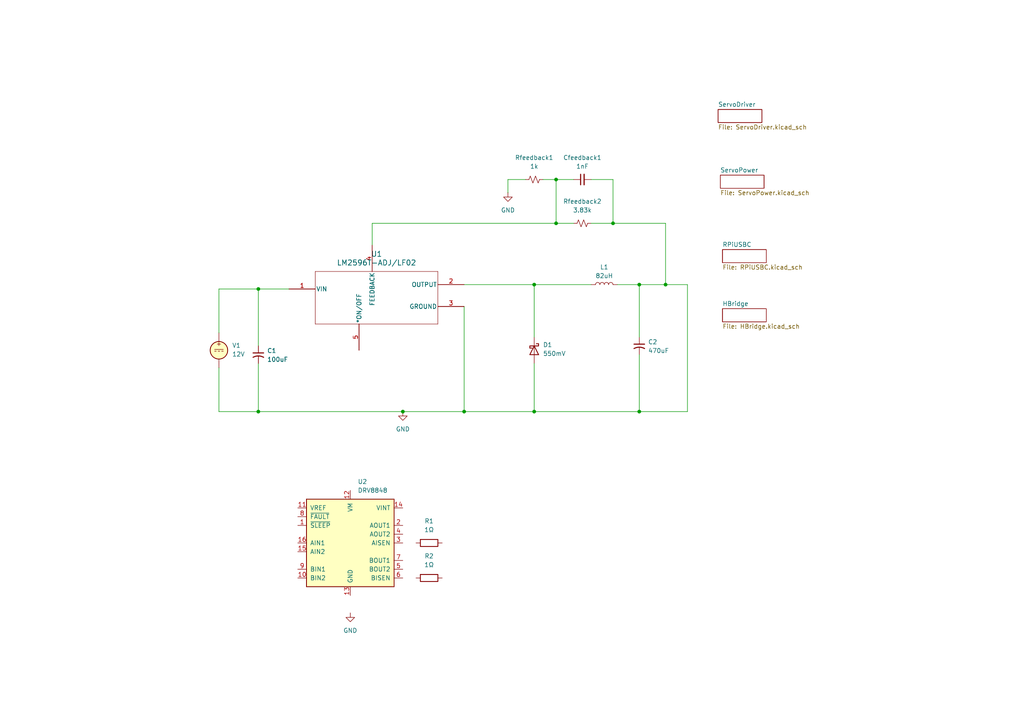
<source format=kicad_sch>
(kicad_sch (version 20250114) (generator "eeschema") (generator_version "9.0")
  (paper "A4")
  (lib_symbols
    (symbol "2026-01-27_05-04-46:LM2596T-ADJ_LF02" (pin_names (offset 0.254))
      (property "Reference" "U1" (at 25.4 10.16 0))
      (property "Value" "LM2596T-ADJ/LF02" (at 25.4 7.62 0))
      (symbol "LM2596T-ADJ_LF02_0_1"
        (polyline (pts (xy 7.62 5.08) (xy 7.62 -10.16)) (stroke (width 0.127)))
        (polyline (pts (xy 7.62 -10.16) (xy 43.18 -10.16)) (stroke (width 0.127)))
        (polyline (pts (xy 43.18 5.08) (xy 7.62 5.08)) (stroke (width 0.127)))
        (polyline (pts (xy 43.18 -10.16) (xy 43.18 5.08)) (stroke (width 0.127)))
        (pin input line (at 0 0 0) (length 7.62) (name "VIN") (number "1"))
        (pin input line (at 20.32 -17.78 90) (length 7.62) (name "*ON/OFF") (number "5"))
        (pin input line (at 24.13 12.7 270) (length 7.62) (name "FEEDBACK") (number "4"))
        (pin output line (at 50.8 1.27 180) (length 7.62) (name "OUTPUT") (number "2"))
        (pin power_in line (at 50.8 -5.08 180) (length 7.62) (name "GROUND") (number "3"))
      )
    )
    (symbol "Device:C_Small" (pin_numbers (hide yes)) (pin_names (offset 0.254) (hide yes))
      (property "Reference" "C" (at 0.254 1.778 0))
      (property "Value" "C_Small" (at 0.254 -2.032 0))
      (symbol "C_Small_0_1"
        (polyline (pts (xy -1.524 0.508) (xy 1.524 0.508)) (stroke (width 0.3048)))
        (polyline (pts (xy -1.524 -0.508) (xy 1.524 -0.508)) (stroke (width 0.3302)))
      )
      (symbol "C_Small_1_1"
        (pin passive line (at 0 2.54 270) (length 2.032) (name "~") (number "1"))
        (pin passive line (at 0 -2.54 90) (length 2.032) (name "~") (number "2"))
      )
    )
    (symbol "Device:C_Small_US" (pin_numbers (hide yes)) (pin_names (offset 0.254) (hide yes))
      (property "Reference" "C" (at 0.254 1.778 0))
      (property "Value" "C_Small_US" (at 0.254 -2.032 0))
      (symbol "C_Small_US_0_1"
        (polyline (pts (xy -1.524 0.508) (xy 1.524 0.508)) (stroke (width 0.3048)))
        (arc (start -1.524 -0.762) (mid 0 -0.3734) (end 1.524 -0.762) (stroke (width 0.3048)))
      )
      (symbol "C_Small_US_1_1"
        (pin passive line (at 0 2.54 270) (length 2.032) (name "~") (number "1"))
        (pin passive line (at 0 -2.54 90) (length 2.032) (name "~") (number "2"))
      )
    )
    (symbol "Device:D_Schottky" (pin_numbers (hide yes)) (pin_names (offset 1.016) (hide yes))
      (property "Reference" "D" (at 0 2.54 0))
      (property "Value" "D_Schottky" (at 0 -2.54 0))
      (symbol "D_Schottky_0_1"
        (polyline (pts (xy -1.905 0.635) (xy -1.905 1.27) (xy -1.27 1.27) (xy -1.27 -1.27) (xy -0.635 -1.27) (xy -0.635 -0.635)) (stroke (width 0.254)))
        (polyline (pts (xy 1.27 1.27) (xy 1.27 -1.27) (xy -1.27 0) (xy 1.27 1.27)) (stroke (width 0.254)))
        (polyline (pts (xy 1.27 0) (xy -1.27 0)))
      )
      (symbol "D_Schottky_1_1"
        (pin passive line (at -3.81 0 0) (length 2.54) (name "K") (number "1"))
        (pin passive line (at 3.81 0 180) (length 2.54) (name "A") (number "2"))
      )
    )
    (symbol "Device:L" (pin_numbers (hide yes)) (pin_names (offset 1.016) (hide yes))
      (property "Reference" "L" (at -1.27 0 90))
      (property "Value" "L" (at 1.905 0 90))
      (symbol "L_0_1"
        (arc (start 0 2.54) (mid 0.6323 1.905) (end 0 1.27))
        (arc (start 0 1.27) (mid 0.6323 0.635) (end 0 0))
        (arc (start 0 0) (mid 0.6323 -0.635) (end 0 -1.27))
        (arc (start 0 -1.27) (mid 0.6323 -1.905) (end 0 -2.54))
      )
      (symbol "L_1_1"
        (pin passive line (at 0 3.81 270) (length 1.27) (name "1") (number "1"))
        (pin passive line (at 0 -3.81 90) (length 1.27) (name "2") (number "2"))
      )
    )
    (symbol "Device:R" (pin_numbers (hide yes)) (pin_names (offset 0))
      (property "Reference" "R" (at 2.032 0 90))
      (property "Value" "R" (at 0 0 90))
      (symbol "R_0_1"
        (rectangle (start -1.016 -2.54) (end 1.016 2.54) (stroke (width 0.254)))
      )
      (symbol "R_1_1"
        (pin passive line (at 0 3.81 270) (length 1.27) (name "~") (number "1"))
        (pin passive line (at 0 -3.81 90) (length 1.27) (name "~") (number "2"))
      )
    )
    (symbol "Device:R_Small_US" (pin_numbers (hide yes)) (pin_names (offset 0.254) (hide yes))
      (property "Reference" "R" (at 0.762 0.508 0))
      (property "Value" "R_Small_US" (at 0.762 -1.016 0))
      (symbol "R_Small_US_1_1"
        (polyline (pts (xy 0 1.524) (xy 1.016 1.143) (xy 0 0.762) (xy -1.016 0.381) (xy 0 0)))
        (polyline (pts (xy 0 0) (xy 1.016 -0.381) (xy 0 -0.762) (xy -1.016 -1.143) (xy 0 -1.524)))
        (pin passive line (at 0 2.54 270) (length 1.016) (name "~") (number "1"))
        (pin passive line (at 0 -2.54 90) (length 1.016) (name "~") (number "2"))
      )
    )
    (symbol "Driver_Motor:DRV8848" (pin_names (offset 1.016))
      (property "Reference" "U" (at -11.43 14.224 0))
      (property "Value" "DRV8848" (at 7.366 14.224 0))
      (symbol "DRV8848_0_1"
        (rectangle (start -12.7 12.7) (end 12.7 -12.7) (stroke (width 0.254)) (fill (type background)))
      )
      (symbol "DRV8848_1_1"
        (pin input line (at -15.24 10.16 0) (length 2.54) (name "VREF") (number "11"))
        (pin open_collector line (at -15.24 7.62 0) (length 2.54) (name "~{FAULT}") (number "8"))
        (pin input line (at -15.24 5.08 0) (length 2.54) (name "~{SLEEP}") (number "1"))
        (pin input line (at -15.24 0 0) (length 2.54) (name "AIN1") (number "16"))
        (pin input line (at -15.24 -2.54 0) (length 2.54) (name "AIN2") (number "15"))
        (pin input line (at -15.24 -7.62 0) (length 2.54) (name "BIN1") (number "9"))
        (pin input line (at -15.24 -10.16 0) (length 2.54) (name "BIN2") (number "10"))
        (pin power_in line (at 0 15.24 270) (length 2.54) (name "VM") (number "12"))
        (pin power_in line (at 0 -15.24 90) (length 2.54) (name "GND") (number "13"))
        (pin passive line (at 0 -15.24 90) (length 2.54) (hide yes) (name "GND") (number "17"))
        (pin passive line (at 15.24 10.16 180) (length 2.54) (name "VINT") (number "14"))
        (pin output line (at 15.24 5.08 180) (length 2.54) (name "AOUT1") (number "2"))
        (pin output line (at 15.24 2.54 180) (length 2.54) (name "AOUT2") (number "4"))
        (pin passive line (at 15.24 0 180) (length 2.54) (name "AISEN") (number "3"))
        (pin output line (at 15.24 -5.08 180) (length 2.54) (name "BOUT1") (number "7"))
        (pin output line (at 15.24 -7.62 180) (length 2.54) (name "BOUT2") (number "5"))
        (pin passive line (at 15.24 -10.16 180) (length 2.54) (name "BISEN") (number "6"))
      )
    )
    (symbol "Simulation_SPICE:VDC" (pin_numbers (hide yes)) (pin_names (offset 0.0254))
      (property "Reference" "V" (at 2.54 2.54 0))
      (property "Value" "1" (at 2.54 0 0))
      (symbol "VDC_0_0"
        (polyline (pts (xy -1.27 0.254) (xy 1.27 0.254)))
        (polyline (pts (xy -0.762 -0.254) (xy -1.27 -0.254)))
        (polyline (pts (xy 0.254 -0.254) (xy -0.254 -0.254)))
        (polyline (pts (xy 1.27 -0.254) (xy 0.762 -0.254)))
        (text "+" (at 0 1.905 0) (effects (font (size 1.27 1.27))))
      )
      (symbol "VDC_0_1"
        (circle (center 0 0) (radius 2.54) (stroke (width 0.254)) (fill (type background)))
      )
      (symbol "VDC_1_1"
        (pin passive line (at 0 5.08 270) (length 2.54) (name "~") (number "1"))
        (pin passive line (at 0 -5.08 90) (length 2.54) (name "~") (number "2"))
      )
    )
    (symbol "power:GND" (power) (pin_numbers (hide yes)) (pin_names (offset 0) (hide yes))
      (property "Value" "GND" (at 0 -3.81 0))
      (symbol "GND_0_1"
        (polyline (pts (xy 0 0) (xy 0 -1.27) (xy 1.27 -1.27) (xy 0 -2.54) (xy -1.27 -1.27) (xy 0 -1.27)))
      )
      (symbol "GND_1_1"
        (pin power_in line (at 0 0 270) (length 0) (name "~") (number "1"))
      )
    )
  )
  (junction (at 154.94 119.38))
  (junction (at 74.93 83.82))
  (junction (at 116.84 119.38))
  (junction (at 193.04 82.55))
  (junction (at 161.29 52.07))
  (junction (at 134.62 119.38))
  (junction (at 185.42 119.38))
  (junction (at 74.93 119.38))
  (junction (at 177.8 64.77))
  (junction (at 185.42 82.55))
  (junction (at 154.94 82.55))
  (junction (at 161.29 64.77))
  (wire (pts (xy 193.04 64.77) (xy 193.04 82.55)))
  (wire (pts (xy 161.29 52.07) (xy 161.29 64.77)))
  (wire (pts (xy 154.94 119.38) (xy 185.42 119.38)))
  (wire (pts (xy 177.8 64.77) (xy 193.04 64.77)))
  (wire (pts (xy 147.32 52.07) (xy 147.32 55.88)))
  (wire (pts (xy 199.39 82.55) (xy 199.39 119.38)))
  (wire (pts (xy 74.93 119.38) (xy 116.84 119.38)))
  (wire (pts (xy 154.94 82.55) (xy 154.94 97.79)))
  (wire (pts (xy 134.62 119.38) (xy 154.94 119.38)))
  (wire (pts (xy 107.95 64.77) (xy 161.29 64.77)))
  (wire (pts (xy 107.95 64.77) (xy 107.95 71.12)))
  (wire (pts (xy 63.5 83.82) (xy 63.5 96.52)))
  (wire (pts (xy 134.62 88.9) (xy 134.62 119.38)))
  (wire (pts (xy 171.45 64.77) (xy 177.8 64.77)))
  (wire (pts (xy 63.5 83.82) (xy 74.93 83.82)))
  (wire (pts (xy 154.94 82.55) (xy 171.45 82.55)))
  (wire (pts (xy 161.29 64.77) (xy 166.37 64.77)))
  (wire (pts (xy 63.5 119.38) (xy 74.93 119.38)))
  (wire (pts (xy 171.45 52.07) (xy 177.8 52.07)))
  (wire (pts (xy 185.42 82.55) (xy 193.04 82.55)))
  (wire (pts (xy 185.42 119.38) (xy 199.39 119.38)))
  (wire (pts (xy 63.5 106.68) (xy 63.5 119.38)))
  (wire (pts (xy 134.62 82.55) (xy 154.94 82.55)))
  (wire (pts (xy 74.93 105.41) (xy 74.93 119.38)))
  (wire (pts (xy 74.93 83.82) (xy 83.82 83.82)))
  (wire (pts (xy 161.29 52.07) (xy 166.37 52.07)))
  (wire (pts (xy 152.4 52.07) (xy 147.32 52.07)))
  (wire (pts (xy 193.04 82.55) (xy 199.39 82.55)))
  (wire (pts (xy 185.42 82.55) (xy 185.42 97.79)))
  (wire (pts (xy 179.07 82.55) (xy 185.42 82.55)))
  (wire (pts (xy 157.48 52.07) (xy 161.29 52.07)))
  (wire (pts (xy 185.42 102.87) (xy 185.42 119.38)))
  (wire (pts (xy 154.94 105.41) (xy 154.94 119.38)))
  (wire (pts (xy 116.84 119.38) (xy 134.62 119.38)))
  (wire (pts (xy 74.93 83.82) (xy 74.93 100.33)))
  (wire (pts (xy 177.8 52.07) (xy 177.8 64.77)))
  (symbol (lib_id "power:GND") (at 116.84 119.38 0) (unit 1)
    (property "Reference" "#PWR01" (effects (hide yes)))
    (property "Value" "GND" (at 116.84 124.46 0))
    (property "Description" "Power symbol creates a global label with name \"GND\" , ground" (effects (hide yes)))
  )
  (symbol (lib_id "Driver_Motor:DRV8848") (at 101.6 157.48 0) (unit 1)
    (property "Reference" "U2" (at 103.7433 139.7 0) (effects (justify left)))
    (property "Value" "DRV8848" (at 103.7433 142.24 0) (effects (justify left)))
    (property "Footprint" "Package_SO:TSSOP-16-1EP_4.4x5mm_P0.65mm" (effects (hide yes)))
    (property "Datasheet" "http://www.ti.com/lit/ds/symlink/drv8848.pdf" (effects (hide yes)))
    (property "Description" "Dual H-Bridge motor driver, PWM controlled, single/dual brushed DC stepper, +2 to +18 VDD, TSSOP-16" (effects (hide yes)))
  )
  (symbol (lib_id "Device:C_Small") (at 168.91 52.07 90) (unit 1)
    (property "Reference" "Cfeedback1" (at 168.9163 45.72 90))
    (property "Value" "1nF" (at 168.9163 48.26 90))
    (property "Description" "Unpolarized capacitor, small symbol" (effects (hide yes)))
  )
  (symbol (lib_id "power:GND") (at 101.6 177.8 0) (unit 1)
    (property "Reference" "#PWR03" (effects (hide yes)))
    (property "Value" "GND" (at 101.6 182.88 0))
    (property "Description" "Power symbol creates a global label with name \"GND\" , ground" (effects (hide yes)))
  )
  (symbol (lib_id "Device:C_Small_US") (at 74.93 102.87 0) (unit 1)
    (property "Reference" "C1" (at 77.47 101.7269 0) (effects (justify left)))
    (property "Value" "100uF" (at 77.47 104.2669 0) (effects (justify left)))
    (property "Description" "capacitor, small US symbol" (effects (hide yes)))
  )
  (symbol (lib_id "Device:R") (at 124.46 157.48 90) (unit 1)
    (property "Reference" "R1" (at 124.46 151.13 90))
    (property "Value" "1Ω" (at 124.46 153.67 90))
    (property "Description" "Resistor" (effects (hide yes)))
  )
  (symbol (lib_id "Device:L") (at 175.26 82.55 90) (unit 1)
    (property "Reference" "L1" (at 175.26 77.47 90))
    (property "Value" "82uH" (at 175.26 80.01 90))
    (property "Description" "Inductor" (effects (hide yes)))
  )
  (symbol (lib_id "Device:R_Small_US") (at 154.94 52.07 270) (unit 1)
    (property "Reference" "Rfeedback1" (at 154.94 45.72 90))
    (property "Value" "1k" (at 154.94 48.26 90))
    (property "Description" "Resistor, small US symbol" (effects (hide yes)))
  )
  (symbol (lib_id "2026-01-27_05-04-46:LM2596T-ADJ_LF02") (at 83.82 83.82 0) (unit 1)
    (property "Reference" "U1" (at 109.22 73.66 0) (effects (font (size 1.524 1.524))))
    (property "Value" "LM2596T-ADJ/LF02" (at 109.22 76.2 0) (effects (font (size 1.524 1.524))))
    (property "Footprint" "NEB5_TEX" (effects (hide yes)))
    (property "Datasheet" "https://www.ti.com/lit/gpn/lm2596" (effects (hide yes)))
  )
  (symbol (lib_id "Device:R") (at 124.46 167.64 90) (unit 1)
    (property "Reference" "R2" (at 124.46 161.29 90))
    (property "Value" "1Ω" (at 124.46 163.83 90))
    (property "Description" "Resistor" (effects (hide yes)))
  )
  (symbol (lib_id "Simulation_SPICE:VDC") (at 63.5 101.6 0) (unit 1)
    (property "Reference" "V1" (at 67.31 100.2001 0) (effects (justify left)))
    (property "Value" "12V" (at 67.31 102.7401 0) (effects (justify left)))
    (property "Datasheet" "https://ngspice.sourceforge.io/docs/ngspice-html-manual/manual.xhtml#sec_Independent_Sources_for" (effects (hide yes)))
    (property "Description" "Voltage source, DC" (effects (hide yes)))
    (property "Sim.Pins" "1=+ 2=-" (effects (hide yes)))
    (property "Sim.Type" "DC" (effects (hide yes)))
    (property "Sim.Device" "V" (effects (hide yes)))
  )
  (symbol (lib_id "power:GND") (at 147.32 55.88 0) (unit 1)
    (property "Reference" "#PWR02" (effects (hide yes)))
    (property "Value" "GND" (at 147.32 60.96 0))
    (property "Description" "Power symbol creates a global label with name \"GND\" , ground" (effects (hide yes)))
  )
  (symbol (lib_id "Device:R_Small_US") (at 168.91 64.77 90) (unit 1)
    (property "Reference" "Rfeedback2" (at 168.91 58.42 90))
    (property "Value" "3.83k" (at 168.91 60.96 90))
    (property "Description" "Resistor, small US symbol" (effects (hide yes)))
  )
  (symbol (lib_id "Device:C_Small_US") (at 185.42 100.33 0) (unit 1)
    (property "Reference" "C2" (at 187.96 99.1869 0) (effects (justify left)))
    (property "Value" "470uF" (at 187.96 101.7269 0) (effects (justify left)))
    (property "Description" "capacitor, small US symbol" (effects (hide yes)))
  )
  (symbol (lib_id "Device:D_Schottky") (at 154.94 101.6 270) (unit 1)
    (property "Reference" "D1" (at 157.48 100.0124 90) (effects (justify left)))
    (property "Value" "550mV" (at 157.48 102.5524 90) (effects (justify left)))
    (property "Description" "Schottky diode" (effects (hide yes)))
  )
  (sheet (at 208.915 50.8) (size 12.7 3.81) (stroke (width 0.1524))
    (property "Sheetname" "ServoPower" (at 208.915 50.0884 0) (effects (justify left bottom)))
    (property "Sheetfile" "ServoPower.kicad_sch" (at 208.915 55.1946 0) (effects (justify left top)))
  )
  (sheet (at 208.28 31.75) (size 12.7 3.81) (stroke (width 0.1524))
    (property "Sheetname" "ServoDriver" (at 208.28 31.0384 0) (effects (justify left bottom)))
    (property "Sheetfile" "ServoDriver.kicad_sch" (at 208.28 36.1446 0) (effects (justify left top)))
  )
  (sheet (at 209.55 72.39) (size 12.7 3.81) (stroke (width 0.1524))
    (property "Sheetname" "RPiUSBC" (at 209.55 71.6784 0) (effects (justify left bottom)))
    (property "Sheetfile" "RPiUSBC.kicad_sch" (at 209.55 76.7846 0) (effects (justify left top)))
  )
  (sheet (at 209.55 89.535) (size 12.7 3.81) (stroke (width 0.1524))
    (property "Sheetname" "HBridge" (at 209.55 88.8234 0) (effects (justify left bottom)))
    (property "Sheetfile" "HBridge.kicad_sch" (at 209.55 93.9296 0) (effects (justify left top)))
  )
)
</source>
